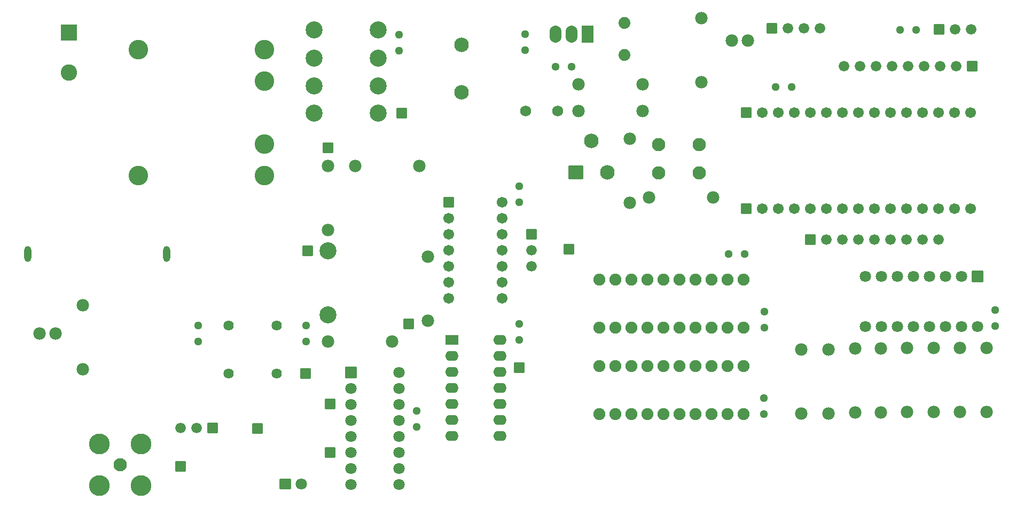
<source format=gbs>
G04 Layer: BottomSolderMaskLayer*
G04 EasyEDA v6.5.23, 2023-06-25 15:29:15*
G04 c90fb1baf0ea4768afcd29bf3c16a96b,0997c0c323a540828c61b468e30a80a1,10*
G04 Gerber Generator version 0.2*
G04 Scale: 100 percent, Rotated: No, Reflected: No *
G04 Dimensions in millimeters *
G04 leading zeros omitted , absolute positions ,4 integer and 5 decimal *
%FSLAX45Y45*%
%MOMM*%

%AMMACRO1*1,1,$1,$2,$3*1,1,$1,$4,$5*1,1,$1,0-$2,0-$3*1,1,$1,0-$4,0-$5*20,1,$1,$2,$3,$4,$5,0*20,1,$1,$4,$5,0-$2,0-$3,0*20,1,$1,0-$2,0-$3,0-$4,0-$5,0*20,1,$1,0-$4,0-$5,$2,$3,0*4,1,4,$2,$3,$4,$5,0-$2,0-$3,0-$4,0-$5,$2,$3,0*%
%ADD10C,1.9812*%
%ADD11C,1.2954*%
%ADD12C,2.1000*%
%ADD13C,3.3000*%
%ADD14MACRO1,0.1016X-0.85X0.7874X0.85X0.7874*%
%ADD15C,1.8016*%
%ADD16C,2.6016*%
%ADD17MACRO1,0.1016X1.25X1.25X1.25X-1.25*%
%ADD18C,1.6764*%
%ADD19MACRO1,0.1016X0.7874X0.7874X0.7874X-0.7874*%
%ADD20MACRO1,0.1016X0.7874X-0.7874X-0.7874X-0.7874*%
%ADD21MACRO1,0.1016X-0.7874X0.7874X0.7874X0.7874*%
%ADD22C,3.1016*%
%ADD23C,1.9016*%
%ADD24MACRO1,0.1016X0.8001X0.8001X0.8001X-0.8001*%
%ADD25C,1.7018*%
%ADD26MACRO1,0.1016X0.8X-0.8X-0.8X-0.8*%
%ADD27C,1.7016*%
%ADD28C,2.3016*%
%ADD29C,1.8796*%
%ADD30C,1.7272*%
%ADD31C,2.7032*%
%ADD32O,1.1015979999999999X2.501646*%
%ADD33MACRO1,0.1016X-1.0998X1.0504X1.0998X1.0504*%
%ADD34C,2.1016*%
%ADD35MACRO1,0.1016X-0.85X0.85X0.85X0.85*%
%ADD36MACRO1,0.1016X1X0.75X1X-0.75*%
%ADD37O,2.1015960000000002X1.6015970000000002*%
%ADD38MACRO1,0.1016X0.85X0.85X0.85X-0.85*%
%ADD39O,1.9015964X2.7015948*%
%ADD40MACRO1,0.1016X0.9X-1.3X-0.9X-1.3*%
%ADD41C,1.6256*%
%ADD42C,0.0114*%

%LPD*%
D10*
G01*
X7188200Y10185400D03*
G01*
X6172200Y10185400D03*
G01*
X7327900Y7734300D03*
G01*
X7327900Y8750300D03*
D11*
G01*
X12344400Y8788400D03*
G01*
X12090400Y8788400D03*
D10*
G01*
X14922500Y7302500D03*
G01*
X14922500Y6286500D03*
G01*
X15341600Y7302500D03*
G01*
X15341600Y6286500D03*
G01*
X15760700Y7302500D03*
G01*
X15760700Y6286500D03*
G01*
X16179800Y7302500D03*
G01*
X16179800Y6286500D03*
G01*
X14503400Y7289800D03*
G01*
X14503400Y6273800D03*
G01*
X14097000Y7289800D03*
G01*
X14097000Y6273800D03*
G01*
X13677900Y7277100D03*
G01*
X13677900Y6261100D03*
G01*
X13246100Y7277100D03*
G01*
X13246100Y6261100D03*
G01*
X11849100Y9690100D03*
G01*
X10833100Y9690100D03*
D12*
G01*
X2451100Y5450839D03*
D13*
G01*
X2121103Y5778296D03*
G01*
X2781096Y5778296D03*
G01*
X2121103Y5118303D03*
G01*
X2781096Y5118303D03*
D14*
G01*
X5067301Y5143500D03*
D15*
G01*
X5321300Y5143500D03*
D16*
G01*
X1638300Y11671300D03*
D17*
G01*
X1638300Y12306300D03*
D10*
G01*
X1168400Y7531100D03*
G01*
X1422400Y7531100D03*
G01*
X12141200Y12179300D03*
G01*
X12395200Y12179300D03*
D18*
G01*
X8966200Y8597900D03*
G01*
X8966200Y8851900D03*
D19*
G01*
X8966200Y9105900D03*
D18*
G01*
X3403600Y6032500D03*
G01*
X3657600Y6032500D03*
D20*
G01*
X3911600Y6032500D03*
G01*
X15951200Y11772900D03*
D18*
G01*
X15697200Y11772900D03*
G01*
X15443200Y11772900D03*
G01*
X15189200Y11772900D03*
G01*
X14935200Y11772900D03*
G01*
X14681200Y11772900D03*
G01*
X14427200Y11772900D03*
G01*
X14173200Y11772900D03*
G01*
X13919200Y11772900D03*
D21*
G01*
X13385800Y9017000D03*
D18*
G01*
X13639800Y9017000D03*
G01*
X13893800Y9017000D03*
G01*
X14147800Y9017000D03*
G01*
X14401800Y9017000D03*
G01*
X14655800Y9017000D03*
G01*
X14909800Y9017000D03*
G01*
X15163800Y9017000D03*
G01*
X15417800Y9017000D03*
D22*
G01*
X2733802Y12036297D03*
G01*
X2733802Y10036302D03*
G01*
X4733797Y12036297D03*
G01*
X4733797Y11536299D03*
G01*
X4733797Y10536301D03*
G01*
X4733797Y10036302D03*
D23*
G01*
X12331700Y7620000D03*
G01*
X12077700Y7620000D03*
G01*
X11823700Y7620000D03*
G01*
X11569700Y7620000D03*
G01*
X11315700Y7620000D03*
G01*
X11061700Y7620000D03*
G01*
X10807700Y7620000D03*
G01*
X10553700Y7620000D03*
G01*
X10299700Y7620000D03*
G01*
X10045700Y7620000D03*
G01*
X10045700Y8382000D03*
G01*
X10299700Y8382000D03*
G01*
X10553700Y8382000D03*
G01*
X10807700Y8382000D03*
G01*
X11569700Y8382000D03*
G01*
X11823700Y8382000D03*
G01*
X11061700Y8382000D03*
G01*
X11315700Y8382000D03*
G01*
X12077700Y8382000D03*
G01*
X12331700Y8382000D03*
D24*
G01*
X7657200Y9613900D03*
D25*
G01*
X7657211Y9359900D03*
G01*
X7657211Y8597900D03*
G01*
X7657211Y8343900D03*
G01*
X7657211Y9105900D03*
G01*
X7657211Y8851900D03*
G01*
X7657211Y8089900D03*
G01*
X8497188Y8089900D03*
G01*
X8497188Y8343900D03*
G01*
X8497188Y8597900D03*
G01*
X8497188Y8851900D03*
G01*
X8497188Y9105900D03*
G01*
X8497188Y9359900D03*
G01*
X8497188Y9613900D03*
D26*
G01*
X12369800Y9512300D03*
D27*
G01*
X12623800Y11036300D03*
G01*
X13131800Y11036300D03*
G01*
X13639800Y11036300D03*
G01*
X14147800Y11036300D03*
G01*
X14655800Y11036300D03*
G01*
X15163800Y11036300D03*
G01*
X15671800Y11036300D03*
G01*
X15925800Y9512300D03*
G01*
X15417800Y9512300D03*
G01*
X14909800Y9512300D03*
G01*
X14401800Y9512300D03*
G01*
X13893800Y9512300D03*
G01*
X13385800Y9512300D03*
G01*
X12877800Y9512300D03*
G01*
X12623800Y9512300D03*
G01*
X13131800Y9512300D03*
G01*
X13639800Y9512300D03*
G01*
X14147800Y9512300D03*
G01*
X14655800Y9512300D03*
G01*
X15163800Y9512300D03*
G01*
X15671800Y9512300D03*
G01*
X15925800Y11036300D03*
G01*
X15417800Y11036300D03*
G01*
X14909800Y11036300D03*
G01*
X14401800Y11036300D03*
G01*
X13893800Y11036300D03*
G01*
X13385800Y11036300D03*
G01*
X12877800Y11036300D03*
D26*
G01*
X12369800Y11036300D03*
D10*
G01*
X1854200Y6959600D03*
G01*
X1854200Y7975600D03*
G01*
X11658600Y12534900D03*
G01*
X11658600Y11518900D03*
D19*
G01*
X7023100Y7683500D03*
G01*
X5422900Y8839200D03*
G01*
X6908800Y11023600D03*
D18*
G01*
X15938500Y12357100D03*
G01*
X15684500Y12357100D03*
D21*
G01*
X15430500Y12357100D03*
D19*
G01*
X5384800Y6896100D03*
G01*
X8775700Y6985000D03*
G01*
X5778500Y5638800D03*
G01*
X5778500Y6413500D03*
G01*
X5740400Y10477500D03*
G01*
X3403600Y5422900D03*
G01*
X4622800Y6019800D03*
G01*
X9563100Y8864600D03*
D28*
G01*
X7861300Y11359794D03*
G01*
X7861300Y12109780D03*
D11*
G01*
X8864600Y12026900D03*
G01*
X8864600Y12280900D03*
G01*
X9347200Y11760200D03*
G01*
X9601200Y11760200D03*
G01*
X6870700Y12268200D03*
G01*
X6870700Y12014200D03*
D29*
G01*
X10439400Y12458700D03*
G01*
X10439400Y11950700D03*
D30*
G01*
X9385300Y11061700D03*
G01*
X8877300Y11061700D03*
D11*
G01*
X3683000Y7404100D03*
G01*
X3683000Y7658100D03*
G01*
X5397500Y7404100D03*
G01*
X5397500Y7658100D03*
G01*
X16319500Y7899400D03*
G01*
X16319500Y7645400D03*
G01*
X7150100Y6299200D03*
G01*
X7150100Y6045200D03*
G01*
X12649200Y6502400D03*
G01*
X12649200Y6248400D03*
G01*
X12661900Y7874000D03*
G01*
X12661900Y7620000D03*
G01*
X14808200Y12344400D03*
G01*
X15062200Y12344400D03*
G01*
X8775700Y9867900D03*
G01*
X8775700Y9613900D03*
G01*
X12839700Y11442700D03*
G01*
X13093700Y11442700D03*
G01*
X8775700Y7683500D03*
G01*
X8775700Y7429500D03*
D31*
G01*
X6540525Y12344400D03*
G01*
X5524525Y12344400D03*
G01*
X5524500Y11899900D03*
G01*
X6540500Y11899900D03*
G01*
X6540525Y11455400D03*
G01*
X5524525Y11455400D03*
G01*
X5524500Y11023600D03*
G01*
X6540500Y11023600D03*
G01*
X5740400Y7823174D03*
G01*
X5740400Y8839174D03*
D32*
G01*
X3181984Y8788145D03*
G01*
X983614Y8788654D03*
D21*
G01*
X12776200Y12369800D03*
D18*
G01*
X13030200Y12369800D03*
G01*
X13284200Y12369800D03*
G01*
X13538200Y12369800D03*
D10*
G01*
X10528300Y9601200D03*
G01*
X10528300Y10617200D03*
G01*
X9715500Y11480800D03*
G01*
X10731500Y11480800D03*
G01*
X5740400Y9169400D03*
G01*
X5740400Y10185400D03*
G01*
X9715500Y11061700D03*
G01*
X10731500Y11061700D03*
G01*
X5740400Y7404100D03*
G01*
X6756400Y7404100D03*
D33*
G01*
X9668763Y10087749D03*
D28*
G01*
X10168636Y10087863D03*
G01*
X9918700Y10587736D03*
D34*
G01*
X10978006Y10074706D03*
G01*
X11627993Y10074706D03*
G01*
X11627993Y10524693D03*
G01*
X10978006Y10524693D03*
D35*
G01*
X6108691Y6908798D03*
D15*
G01*
X6108700Y6654800D03*
G01*
X6108700Y5384800D03*
G01*
X6108700Y5130800D03*
G01*
X6108700Y6400800D03*
G01*
X6108700Y6146800D03*
G01*
X6108700Y5638800D03*
G01*
X6108700Y5892800D03*
G01*
X6870700Y5130800D03*
G01*
X6870700Y5384800D03*
G01*
X6870700Y5638800D03*
G01*
X6870700Y5892800D03*
G01*
X6870700Y6146800D03*
G01*
X6870700Y6400800D03*
G01*
X6870700Y6654800D03*
G01*
X6870700Y6908800D03*
D36*
G01*
X7708900Y7429500D03*
D37*
G01*
X7708900Y7175500D03*
G01*
X7708900Y6921500D03*
G01*
X7708900Y6667500D03*
G01*
X7708900Y6413500D03*
G01*
X7708900Y6159500D03*
G01*
X7708900Y5905500D03*
G01*
X8470900Y7429500D03*
G01*
X8470900Y7175500D03*
G01*
X8470900Y6921500D03*
G01*
X8470900Y6667500D03*
G01*
X8470900Y6413500D03*
G01*
X8470900Y6159500D03*
G01*
X8470900Y5905500D03*
D38*
G01*
X16040098Y8436105D03*
D15*
G01*
X15786100Y8436102D03*
G01*
X14516100Y8436102D03*
G01*
X14262100Y8436102D03*
G01*
X15532100Y8436102D03*
G01*
X15278100Y8436102D03*
G01*
X14770100Y8436102D03*
G01*
X15024100Y8436102D03*
G01*
X14262100Y7642097D03*
G01*
X14516100Y7642097D03*
G01*
X14770100Y7642097D03*
G01*
X15024100Y7642097D03*
G01*
X15278100Y7642097D03*
G01*
X15532100Y7642097D03*
G01*
X15786100Y7642097D03*
G01*
X16040100Y7642097D03*
D23*
G01*
X12331700Y6248400D03*
G01*
X12077700Y6248400D03*
G01*
X11823700Y6248400D03*
G01*
X11569700Y6248400D03*
G01*
X11315700Y6248400D03*
G01*
X11061700Y6248400D03*
G01*
X10807700Y6248400D03*
G01*
X10553700Y6248400D03*
G01*
X10299700Y6248400D03*
G01*
X10045700Y6248400D03*
G01*
X10045700Y7010400D03*
G01*
X10299700Y7010400D03*
G01*
X10553700Y7010400D03*
G01*
X10807700Y7010400D03*
G01*
X11569700Y7010400D03*
G01*
X11823700Y7010400D03*
G01*
X11061700Y7010400D03*
G01*
X11315700Y7010400D03*
G01*
X12077700Y7010400D03*
G01*
X12331700Y7010400D03*
D39*
G01*
X9601225Y12280392D03*
G01*
X9347200Y12281382D03*
D40*
G01*
X9855212Y12280404D03*
D41*
G01*
X4165600Y7658100D03*
G01*
X4165600Y6896100D03*
G01*
X4927600Y6896100D03*
G01*
X4927600Y7658100D03*
M02*

</source>
